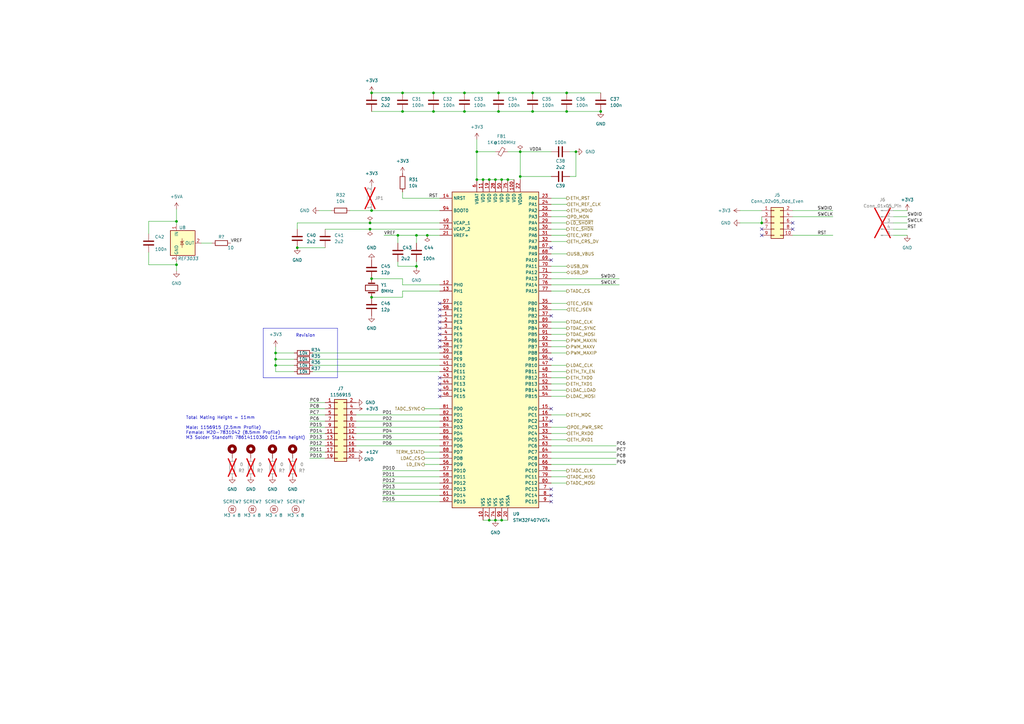
<source format=kicad_sch>
(kicad_sch (version 20230121) (generator eeschema)
  (paper "A3")
  (title_block (title "MCU") (date "2023-11-27") (rev "r0_3") (company "M-Labs Limited") (comment 1 "Linus Woo Chun Kit"))
  (lib_symbols
    (symbol "Connector:Conn_01x05_Pin" (pin_names (offset 1.016) hide)
      (property "Reference" "J" (at 0 7.62 0))
      (property "Value" "Conn_01x05_Pin" (at 0 -7.62 0))
      (symbol "Conn_01x05_Pin_1_1"
        (pin passive line (at 5.08 5.08 180) (length 3.81) (name "Pin_1") (number "1"))
        (pin passive line (at 5.08 2.54 180) (length 3.81) (name "Pin_2") (number "2"))
        (pin passive line (at 5.08 0 180) (length 3.81) (name "Pin_3") (number "3"))
        (pin passive line (at 5.08 -2.54 180) (length 3.81) (name "Pin_4") (number "4"))
        (pin passive line (at 5.08 -5.08 180) (length 3.81) (name "Pin_5") (number "5"))
      )
    )
    (symbol "Connector_Generic:Conn_02x05_Odd_Even" (pin_names (offset 1.016) hide)
      (property "Reference" "J" (at 1.27 7.62 0))
      (property "Value" "Conn_02x05_Odd_Even" (at 1.27 -7.62 0))
      (symbol "Conn_02x05_Odd_Even_1_1"
        (pin passive line (at -5.08 5.08 0) (length 3.81) (name "Pin_1") (number "1"))
        (pin passive line (at 7.62 -5.08 180) (length 3.81) (name "Pin_10") (number "10"))
        (pin passive line (at 7.62 5.08 180) (length 3.81) (name "Pin_2") (number "2"))
        (pin passive line (at -5.08 2.54 0) (length 3.81) (name "Pin_3") (number "3"))
        (pin passive line (at 7.62 2.54 180) (length 3.81) (name "Pin_4") (number "4"))
        (pin passive line (at -5.08 0 0) (length 3.81) (name "Pin_5") (number "5"))
        (pin passive line (at 7.62 0 180) (length 3.81) (name "Pin_6") (number "6"))
        (pin passive line (at -5.08 -2.54 0) (length 3.81) (name "Pin_7") (number "7"))
        (pin passive line (at 7.62 -2.54 180) (length 3.81) (name "Pin_8") (number "8"))
        (pin passive line (at -5.08 -5.08 0) (length 3.81) (name "Pin_9") (number "9"))
      )
    )
    (symbol "Connector_Generic:Conn_02x10_Odd_Even" (pin_names (offset 1.016) hide)
      (property "Reference" "J" (at 1.27 12.7 0))
      (property "Value" "Conn_02x10_Odd_Even" (at 1.27 -15.24 0))
      (symbol "Conn_02x10_Odd_Even_1_1"
        (pin passive line (at -5.08 10.16 0) (length 3.81) (name "Pin_1") (number "1"))
        (pin passive line (at 7.62 0 180) (length 3.81) (name "Pin_10") (number "10"))
        (pin passive line (at -5.08 -2.54 0) (length 3.81) (name "Pin_11") (number "11"))
        (pin passive line (at 7.62 -2.54 180) (length 3.81) (name "Pin_12") (number "12"))
        (pin passive line (at -5.08 -5.08 0) (length 3.81) (name "Pin_13") (number "13"))
        (pin passive line (at 7.62 -5.08 180) (length 3.81) (name "Pin_14") (number "14"))
        (pin passive line (at -5.08 -7.62 0) (length 3.81) (name "Pin_15") (number "15"))
        (pin passive line (at 7.62 -7.62 180) (length 3.81) (name "Pin_16") (number "16"))
        (pin passive line (at -5.08 -10.16 0) (length 3.81) (name "Pin_17") (number "17"))
        (pin passive line (at 7.62 -10.16 180) (length 3.81) (name "Pin_18") (number "18"))
        (pin passive line (at -5.08 -12.7 0) (length 3.81) (name "Pin_19") (number "19"))
        (pin passive line (at 7.62 10.16 180) (length 3.81) (name "Pin_2") (number "2"))
        (pin passive line (at 7.62 -12.7 180) (length 3.81) (name "Pin_20") (number "20"))
        (pin passive line (at -5.08 7.62 0) (length 3.81) (name "Pin_3") (number "3"))
        (pin passive line (at 7.62 7.62 180) (length 3.81) (name "Pin_4") (number "4"))
        (pin passive line (at -5.08 5.08 0) (length 3.81) (name "Pin_5") (number "5"))
        (pin passive line (at 7.62 5.08 180) (length 3.81) (name "Pin_6") (number "6"))
        (pin passive line (at -5.08 2.54 0) (length 3.81) (name "Pin_7") (number "7"))
        (pin passive line (at 7.62 2.54 180) (length 3.81) (name "Pin_8") (number "8"))
        (pin passive line (at -5.08 0 0) (length 3.81) (name "Pin_9") (number "9"))
      )
    )
    (symbol "Device:C" (pin_numbers hide) (pin_names (offset 0.254))
      (property "Reference" "C" (at 0.635 2.54 0))
      (property "Value" "C" (at 0.635 -2.54 0))
      (symbol "C_1_1"
        (pin passive line (at 0 3.81 270) (length 2.794) (name "~") (number "1"))
        (pin passive line (at 0 -3.81 90) (length 2.794) (name "~") (number "2"))
      )
    )
    (symbol "Device:Crystal" (pin_numbers hide) (pin_names (offset 1.016) hide)
      (property "Reference" "Y" (at 0 3.81 0))
      (property "Value" "Crystal" (at 0 -3.81 0))
      (symbol "Crystal_1_1"
        (pin passive line (at -3.81 0 0) (length 1.27) (name "1") (number "1"))
        (pin passive line (at 3.81 0 180) (length 1.27) (name "2") (number "2"))
      )
    )
    (symbol "Device:FerriteBead_Small" (pin_numbers hide) (pin_names (offset 0))
      (property "Reference" "FB" (at 1.905 1.27 0))
      (property "Value" "FerriteBead_Small" (at 1.905 -1.27 0))
      (symbol "FerriteBead_Small_1_1"
        (pin passive line (at 0 2.54 270) (length 1.27) (name "~") (number "1"))
        (pin passive line (at 0 -2.54 90) (length 1.27) (name "~") (number "2"))
      )
    )
    (symbol "Device:R" (pin_numbers hide) (pin_names (offset 0))
      (property "Reference" "R" (at 2.032 0 90))
      (property "Value" "R" (at 0 0 90))
      (symbol "R_1_1"
        (pin passive line (at 0 3.81 270) (length 1.27) (name "~") (number "1"))
        (pin passive line (at 0 -3.81 90) (length 1.27) (name "~") (number "2"))
      )
    )
    (symbol "Jumper:Jumper_2_Open" (pin_names (offset 0) hide)
      (property "Reference" "JP" (at 0 2.794 0))
      (property "Value" "Jumper_2_Open" (at 0 -2.286 0))
      (symbol "Jumper_2_Open_1_1"
        (pin passive line (at -5.08 0 0) (length 2.54) (name "A") (number "1"))
        (pin passive line (at 5.08 0 180) (length 2.54) (name "B") (number "2"))
      )
    )
    (symbol "MCU_ST_STM32F4:STM32F407VGTx"
      (property "Reference" "U" (at -17.78 64.77 0))
      (property "Value" "STM32F407VGTx" (at 12.7 64.77 0))
      (symbol "STM32F407VGTx_1_1"
        (pin bidirectional line (at -22.86 12.7 0) (length 5.08) (name "PE2") (number "1"))
        (pin power_in line (at -5.08 -71.12 90) (length 5.08) (name "VSS") (number "10"))
        (pin power_in line (at 7.62 68.58 270) (length 5.08) (name "VDD") (number "100"))
        (pin power_in line (at -5.08 68.58 270) (length 5.08) (name "VDD") (number "11"))
        (pin input line (at -22.86 25.4 0) (length 5.08) (name "PH0") (number "12"))
        (pin input line (at -22.86 22.86 0) (length 5.08) (name "PH1") (number "13"))
        (pin input line (at -22.86 60.96 0) (length 5.08) (name "NRST") (number "14"))
        (pin bidirectional line (at 22.86 -25.4 180) (length 5.08) (name "PC0") (number "15"))
        (pin bidirectional line (at 22.86 -27.94 180) (length 5.08) (name "PC1") (number "16"))
        (pin bidirectional line (at 22.86 -30.48 180) (length 5.08) (name "PC2") (number "17"))
        (pin bidirectional line (at 22.86 -33.02 180) (length 5.08) (name "PC3") (number "18"))
        (pin power_in line (at -2.54 68.58 270) (length 5.08) (name "VDD") (number "19"))
        (pin bidirectional line (at -22.86 10.16 0) (length 5.08) (name "PE3") (number "2"))
        (pin power_in line (at 5.08 -71.12 90) (length 5.08) (name "VSSA") (number "20"))
        (pin power_in line (at -22.86 45.72 0) (length 5.08) (name "VREF+") (number "21"))
        (pin power_in line (at 10.16 68.58 270) (length 5.08) (name "VDDA") (number "22"))
        (pin bidirectional line (at 22.86 60.96 180) (length 5.08) (name "PA0") (number "23"))
        (pin bidirectional line (at 22.86 58.42 180) (length 5.08) (name "PA1") (number "24"))
        (pin bidirectional line (at 22.86 55.88 180) (length 5.08) (name "PA2") (number "25"))
        (pin bidirectional line (at 22.86 53.34 180) (length 5.08) (name "PA3") (number "26"))
        (pin power_in line (at -2.54 -71.12 90) (length 5.08) (name "VSS") (number "27"))
        (pin power_in line (at 0 68.58 270) (length 5.08) (name "VDD") (number "28"))
        (pin bidirectional line (at 22.86 50.8 180) (length 5.08) (name "PA4") (number "29"))
        (pin bidirectional line (at -22.86 7.62 0) (length 5.08) (name "PE4") (number "3"))
        (pin bidirectional line (at 22.86 48.26 180) (length 5.08) (name "PA5") (number "30"))
        (pin bidirectional line (at 22.86 45.72 180) (length 5.08) (name "PA6") (number "31"))
        (pin bidirectional line (at 22.86 43.18 180) (length 5.08) (name "PA7") (number "32"))
        (pin bidirectional line (at 22.86 -35.56 180) (length 5.08) (name "PC4") (number "33"))
        (pin bidirectional line (at 22.86 -38.1 180) (length 5.08) (name "PC5") (number "34"))
        (pin bidirectional line (at 22.86 17.78 180) (length 5.08) (name "PB0") (number "35"))
        (pin bidirectional line (at 22.86 15.24 180) (length 5.08) (name "PB1") (number "36"))
        (pin bidirectional line (at 22.86 12.7 180) (length 5.08) (name "PB2") (number "37"))
        (pin bidirectional line (at -22.86 0 0) (length 5.08) (name "PE7") (number "38"))
        (pin bidirectional line (at -22.86 -2.54 0) (length 5.08) (name "PE8") (number "39"))
        (pin bidirectional line (at -22.86 5.08 0) (length 5.08) (name "PE5") (number "4"))
        (pin bidirectional line (at -22.86 -5.08 0) (length 5.08) (name "PE9") (number "40"))
        (pin bidirectional line (at -22.86 -7.62 0) (length 5.08) (name "PE10") (number "41"))
        (pin bidirectional line (at -22.86 -10.16 0) (length 5.08) (name "PE11") (number "42"))
        (pin bidirectional line (at -22.86 -12.7 0) (length 5.08) (name "PE12") (number "43"))
        (pin bidirectional line (at -22.86 -15.24 0) (length 5.08) (name "PE13") (number "44"))
        (pin bidirectional line (at -22.86 -17.78 0) (length 5.08) (name "PE14") (number "45"))
        (pin bidirectional line (at -22.86 -20.32 0) (length 5.08) (name "PE15") (number "46"))
        (pin bidirectional line (at 22.86 -7.62 180) (length 5.08) (name "PB10") (number "47"))
        (pin bidirectional line (at 22.86 -10.16 180) (length 5.08) (name "PB11") (number "48"))
        (pin power_in line (at -22.86 50.8 0) (length 5.08) (name "VCAP_1") (number "49"))
        (pin bidirectional line (at -22.86 2.54 0) (length 5.08) (name "PE6") (number "5"))
        (pin power_in line (at 2.54 68.58 270) (length 5.08) (name "VDD") (number "50"))
        (pin bidirectional line (at 22.86 -12.7 180) (length 5.08) (name "PB12") (number "51"))
        (pin bidirectional line (at 22.86 -15.24 180) (length 5.08) (name "PB13") (number "52"))
        (pin bidirectional line (at 22.86 -17.78 180) (length 5.08) (name "PB14") (number "53"))
        (pin bidirectional line (at 22.86 -20.32 180) (length 5.08) (name "PB15") (number "54"))
        (pin bidirectional line (at -22.86 -45.72 0) (length 5.08) (name "PD8") (number "55"))
        (pin bidirectional line (at -22.86 -48.26 0) (length 5.08) (name "PD9") (number "56"))
        (pin bidirectional line (at -22.86 -50.8 0) (length 5.08) (name "PD10") (number "57"))
        (pin bidirectional line (at -22.86 -53.34 0) (length 5.08) (name "PD11") (number "58"))
        (pin bidirectional line (at -22.86 -55.88 0) (length 5.08) (name "PD12") (number "59"))
        (pin power_in line (at -7.62 68.58 270) (length 5.08) (name "VBAT") (number "6"))
        (pin bidirectional line (at -22.86 -58.42 0) (length 5.08) (name "PD13") (number "60"))
        (pin bidirectional line (at -22.86 -60.96 0) (length 5.08) (name "PD14") (number "61"))
        (pin bidirectional line (at -22.86 -63.5 0) (length 5.08) (name "PD15") (number "62"))
        (pin bidirectional line (at 22.86 -40.64 180) (length 5.08) (name "PC6") (number "63"))
        (pin bidirectional line (at 22.86 -43.18 180) (length 5.08) (name "PC7") (number "64"))
        (pin bidirectional line (at 22.86 -45.72 180) (length 5.08) (name "PC8") (number "65"))
        (pin bidirectional line (at 22.86 -48.26 180) (length 5.08) (name "PC9") (number "66"))
        (pin bidirectional line (at 22.86 40.64 180) (length 5.08) (name "PA8") (number "67"))
        (pin bidirectional line (at 22.86 38.1 180) (length 5.08) (name "PA9") (number "68"))
        (pin bidirectional line (at 22.86 35.56 180) (length 5.08) (name "PA10") (number "69"))
        (pin bidirectional line (at 22.86 -58.42 180) (length 5.08) (name "PC13") (number "7"))
        (pin bidirectional line (at 22.86 33.02 180) (length 5.08) (name "PA11") (number "70"))
        (pin bidirectional line (at 22.86 30.48 180) (length 5.08) (name "PA12") (number "71"))
        (pin bidirectional line (at 22.86 27.94 180) (length 5.08) (name "PA13") (number "72"))
        (pin power_in line (at -22.86 48.26 0) (length 5.08) (name "VCAP_2") (number "73"))
        (pin power_in line (at 0 -71.12 90) (length 5.08) (name "VSS") (number "74"))
        (pin power_in line (at 5.08 68.58 270) (length 5.08) (name "VDD") (number "75"))
        (pin bidirectional line (at 22.86 25.4 180) (length 5.08) (name "PA14") (number "76"))
        (pin bidirectional line (at 22.86 22.86 180) (length 5.08) (name "PA15") (number "77"))
        (pin bidirectional line (at 22.86 -50.8 180) (length 5.08) (name "PC10") (number "78"))
        (pin bidirectional line (at 22.86 -53.34 180) (length 5.08) (name "PC11") (number "79"))
        (pin bidirectional line (at 22.86 -60.96 180) (length 5.08) (name "PC14") (number "8"))
        (pin bidirectional line (at 22.86 -55.88 180) (length 5.08) (name "PC12") (number "80"))
        (pin bidirectional line (at -22.86 -25.4 0) (length 5.08) (name "PD0") (number "81"))
        (pin bidirectional line (at -22.86 -27.94 0) (length 5.08) (name "PD1") (number "82"))
        (pin bidirectional line (at -22.86 -30.48 0) (length 5.08) (name "PD2") (number "83"))
        (pin bidirectional line (at -22.86 -33.02 0) (length 5.08) (name "PD3") (number "84"))
        (pin bidirectional line (at -22.86 -35.56 0) (length 5.08) (name "PD4") (number "85"))
        (pin bidirectional line (at -22.86 -38.1 0) (length 5.08) (name "PD5") (number "86"))
        (pin bidirectional line (at -22.86 -40.64 0) (length 5.08) (name "PD6") (number "87"))
        (pin bidirectional line (at -22.86 -43.18 0) (length 5.08) (name "PD7") (number "88"))
        (pin bidirectional line (at 22.86 10.16 180) (length 5.08) (name "PB3") (number "89"))
        (pin bidirectional line (at 22.86 -63.5 180) (length 5.08) (name "PC15") (number "9"))
        (pin bidirectional line (at 22.86 7.62 180) (length 5.08) (name "PB4") (number "90"))
        (pin bidirectional line (at 22.86 5.08 180) (length 5.08) (name "PB5") (number "91"))
        (pin bidirectional line (at 22.86 2.54 180) (length 5.08) (name "PB6") (number "92"))
        (pin bidirectional line (at 22.86 0 180) (length 5.08) (name "PB7") (number "93"))
        (pin input line (at -22.86 55.88 0) (length 5.08) (name "BOOT0") (number "94"))
        (pin bidirectional line (at 22.86 -2.54 180) (length 5.08) (name "PB8") (number "95"))
        (pin bidirectional line (at 22.86 -5.08 180) (length 5.08) (name "PB9") (number "96"))
        (pin bidirectional line (at -22.86 17.78 0) (length 5.08) (name "PE0") (number "97"))
        (pin bidirectional line (at -22.86 15.24 0) (length 5.08) (name "PE1") (number "98"))
        (pin power_in line (at 2.54 -71.12 90) (length 5.08) (name "VSS") (number "99"))
      )
    )
    (symbol "Mechanical:MountingHole_Pad" (pin_numbers hide) (pin_names (offset 1.016) hide)
      (property "Reference" "H" (at 0 6.35 0))
      (property "Value" "MountingHole_Pad" (at 0 4.445 0))
      (symbol "MountingHole_Pad_1_1"
        (pin input line (at 0 -2.54 90) (length 2.54) (name "1") (number "1"))
      )
    )
    (symbol "Reference_Voltage:REF3033" (pin_names (offset 0.254))
      (property "Reference" "U" (at 0 6.35 0))
      (property "Value" "REF3033" (at 2.54 -6.35 0))
      (symbol "REF3033_1_1"
        (pin power_in line (at -2.54 7.62 270) (length 2.54) (name "IN") (number "1"))
        (pin power_out line (at 7.62 0 180) (length 2.54) (name "OUT") (number "2"))
        (pin power_in line (at -2.54 -7.62 90) (length 2.54) (name "GND") (number "3"))
      )
    )
    (symbol "kirdy:Screw" (on_board no)
      (property "Reference" "SCREW" (at 3.048 2.54 0))
    )
    (symbol "power:+12V" (power) (pin_names (offset 0))
      (property "Value" "+12V" (at 0 3.556 0))
      (symbol "+12V_1_1"
        (pin power_in line (at 0 0 90) (length 0) hide (name "+12V") (number "1"))
      )
    )
    (symbol "power:+3V3" (power) (pin_names (offset 0))
      (property "Value" "+3V3" (at 0 3.556 0))
      (symbol "+3V3_1_1"
        (pin power_in line (at 0 0 90) (length 0) hide (name "+3V3") (number "1"))
      )
    )
    (symbol "power:+5VA" (power) (pin_names (offset 0))
      (property "Value" "+5VA" (at 0 3.556 0))
      (symbol "+5VA_1_1"
        (pin power_in line (at 0 0 90) (length 0) hide (name "+5VA") (number "1"))
      )
    )
    (symbol "power:GND" (power) (pin_names (offset 0))
      (property "Value" "GND" (at 0 -3.81 0))
      (symbol "GND_1_1"
        (pin power_in line (at 0 0 270) (length 0) hide (name "GND") (number "1"))
      )
    )
    (symbol "power:PWR_FLAG" (power) (pin_numbers hide) (pin_names (offset 0) hide)
      (property "Value" "PWR_FLAG" (at 0 3.81 0))
      (symbol "PWR_FLAG_0_0"
        (pin power_out line (at 0 0 90) (length 0) (name "pwr") (number "1"))
      )
    )
  )
  (junction (at 165.1 38.1))
  (junction (at 152.4 114.3))
  (junction (at 198.12 73.66))
  (junction (at 205.74 213.36))
  (junction (at 177.8 38.1))
  (junction (at 213.36 72.39))
  (junction (at 236.22 62.23))
  (junction (at 152.4 38.1))
  (junction (at 195.58 73.66))
  (junction (at 121.92 101.6))
  (junction (at 72.39 90.805))
  (junction (at 200.66 73.66))
  (junction (at 170.815 96.52))
  (junction (at 203.2 213.36))
  (junction (at 151.765 91.44))
  (junction (at 175.26 96.52))
  (junction (at 204.47 38.1))
  (junction (at 152.4 86.36))
  (junction (at 177.8 45.72))
  (junction (at 232.41 45.72))
  (junction (at 200.66 213.36))
  (junction (at 208.28 73.66))
  (junction (at 113.03 144.78))
  (junction (at 190.5 45.72))
  (junction (at 165.1 45.72))
  (junction (at 203.2 73.66))
  (junction (at 232.41 38.1))
  (junction (at 213.36 62.23))
  (junction (at 170.815 109.22))
  (junction (at 190.5 38.1))
  (junction (at 204.47 45.72))
  (junction (at 113.03 147.32))
  (junction (at 218.44 38.1))
  (junction (at 246.38 45.72))
  (junction (at 151.765 93.98))
  (junction (at 205.74 73.66))
  (junction (at 152.4 121.92))
  (junction (at 195.58 62.23))
  (junction (at 312.42 91.44))
  (junction (at 218.44 45.72))
  (junction (at 72.39 108.585))
  (junction (at 113.03 149.86))
  (junction (at 163.195 96.52))
  (no_connect (at 312.42 96.52))
  (no_connect (at 325.12 93.98))
  (no_connect (at 325.12 91.44))
  (no_connect (at 180.34 157.48))
  (no_connect (at 180.34 154.94))
  (no_connect (at 312.42 93.98))
  (no_connect (at 226.06 172.72))
  (no_connect (at 226.06 101.6))
  (no_connect (at 226.06 200.66))
  (no_connect (at 226.06 203.2))
  (no_connect (at 226.06 205.74))
  (no_connect (at 226.06 106.68))
  (no_connect (at 226.06 129.54))
  (no_connect (at 180.34 129.54))
  (no_connect (at 180.34 124.46))
  (no_connect (at 180.34 127))
  (no_connect (at 226.06 147.32))
  (no_connect (at 226.06 167.64))
  (no_connect (at 180.34 162.56))
  (no_connect (at 180.34 160.02))
  (no_connect (at 180.34 132.08))
  (no_connect (at 180.34 134.62))
  (no_connect (at 180.34 137.16))
  (no_connect (at 180.34 139.7))
  (no_connect (at 180.34 142.24))
  (wire (pts (xy 226.06 180.34) (xy 232.41 180.34)))
  (wire (pts (xy 156.845 205.74) (xy 180.34 205.74)))
  (wire (pts (xy 226.06 170.18) (xy 232.41 170.18)))
  (wire (pts (xy 226.06 160.02) (xy 232.41 160.02)))
  (wire (pts (xy 226.06 99.06) (xy 232.41 99.06)))
  (wire (pts (xy 165.1 116.84) (xy 180.34 116.84)))
  (wire (pts (xy 226.06 104.14) (xy 232.41 104.14)))
  (wire (pts (xy 170.815 109.22) (xy 170.815 109.855)))
  (wire (pts (xy 127 175.26) (xy 133.35 175.26)))
  (wire (pts (xy 156.845 203.2) (xy 180.34 203.2)))
  (wire (pts (xy 72.39 85.725) (xy 72.39 90.805)))
  (wire (pts (xy 226.06 86.36) (xy 232.41 86.36)))
  (polyline (pts (xy 107.95 154.94) (xy 138.43 154.94)))
  (wire (pts (xy 127 167.64) (xy 133.35 167.64)))
  (wire (pts (xy 175.26 96.52) (xy 180.34 96.52)))
  (wire (pts (xy 372.11 91.44) (xy 366.395 91.44)))
  (wire (pts (xy 198.12 213.36) (xy 200.66 213.36)))
  (wire (pts (xy 218.44 45.72) (xy 232.41 45.72)))
  (wire (pts (xy 312.42 88.9) (xy 312.42 91.44)))
  (wire (pts (xy 165.1 81.28) (xy 180.34 81.28)))
  (wire (pts (xy 233.68 72.39) (xy 236.22 72.39)))
  (wire (pts (xy 146.05 180.34) (xy 180.34 180.34)))
  (wire (pts (xy 146.05 172.72) (xy 180.34 172.72)))
  (wire (pts (xy 72.39 108.585) (xy 60.96 108.585)))
  (wire (pts (xy 372.11 96.52) (xy 366.395 96.52)))
  (wire (pts (xy 195.58 62.23) (xy 203.2 62.23)))
  (wire (pts (xy 121.92 101.6) (xy 133.35 101.6)))
  (wire (pts (xy 170.815 96.52) (xy 170.815 99.695)))
  (wire (pts (xy 173.99 187.96) (xy 180.34 187.96)))
  (wire (pts (xy 325.12 96.52) (xy 341.63 96.52)))
  (wire (pts (xy 203.2 213.36) (xy 205.74 213.36)))
  (wire (pts (xy 226.06 139.7) (xy 232.41 139.7)))
  (polyline (pts (xy 138.43 154.94) (xy 138.43 134.62)))
  (wire (pts (xy 127 185.42) (xy 133.35 185.42)))
  (wire (pts (xy 226.06 116.84) (xy 254 116.84)))
  (wire (pts (xy 204.47 38.1) (xy 218.44 38.1)))
  (wire (pts (xy 113.03 152.4) (xy 120.65 152.4)))
  (wire (pts (xy 151.765 91.44) (xy 180.34 91.44)))
  (wire (pts (xy 128.27 149.86) (xy 180.34 149.86)))
  (wire (pts (xy 170.815 107.315) (xy 170.815 109.22)))
  (wire (pts (xy 113.03 149.86) (xy 120.65 149.86)))
  (wire (pts (xy 152.4 45.72) (xy 165.1 45.72)))
  (wire (pts (xy 127 165.1) (xy 133.35 165.1)))
  (wire (pts (xy 128.27 147.32) (xy 180.34 147.32)))
  (wire (pts (xy 72.39 107.315) (xy 72.39 108.585)))
  (wire (pts (xy 165.1 119.38) (xy 165.1 121.92)))
  (wire (pts (xy 208.28 62.23) (xy 213.36 62.23)))
  (wire (pts (xy 146.05 170.18) (xy 180.34 170.18)))
  (wire (pts (xy 127 172.72) (xy 133.35 172.72)))
  (wire (pts (xy 156.845 193.04) (xy 180.34 193.04)))
  (wire (pts (xy 133.35 93.98) (xy 151.765 93.98)))
  (wire (pts (xy 226.06 177.8) (xy 232.41 177.8)))
  (wire (pts (xy 226.06 193.04) (xy 232.41 193.04)))
  (wire (pts (xy 165.1 81.28) (xy 165.1 78.74)))
  (wire (pts (xy 72.39 90.805) (xy 72.39 92.075)))
  (wire (pts (xy 127 180.34) (xy 133.35 180.34)))
  (wire (pts (xy 113.03 147.32) (xy 113.03 149.86)))
  (wire (pts (xy 372.11 93.98) (xy 366.395 93.98)))
  (wire (pts (xy 226.06 154.94) (xy 232.41 154.94)))
  (wire (pts (xy 156.845 195.58) (xy 180.34 195.58)))
  (wire (pts (xy 213.36 62.23) (xy 213.36 72.39)))
  (wire (pts (xy 226.06 111.76) (xy 232.41 111.76)))
  (wire (pts (xy 226.06 134.62) (xy 232.41 134.62)))
  (wire (pts (xy 127 187.96) (xy 133.35 187.96)))
  (wire (pts (xy 226.06 182.88) (xy 252.73 182.88)))
  (wire (pts (xy 226.06 187.96) (xy 252.73 187.96)))
  (wire (pts (xy 226.06 149.86) (xy 232.41 149.86)))
  (wire (pts (xy 82.55 99.695) (xy 86.995 99.695)))
  (wire (pts (xy 226.06 137.16) (xy 232.41 137.16)))
  (wire (pts (xy 226.06 185.42) (xy 252.73 185.42)))
  (wire (pts (xy 226.06 93.98) (xy 232.41 93.98)))
  (wire (pts (xy 177.8 38.1) (xy 190.5 38.1)))
  (wire (pts (xy 200.66 213.36) (xy 203.2 213.36)))
  (wire (pts (xy 127 177.8) (xy 133.35 177.8)))
  (wire (pts (xy 372.11 88.9) (xy 366.395 88.9)))
  (wire (pts (xy 203.2 73.66) (xy 205.74 73.66)))
  (wire (pts (xy 195.58 62.23) (xy 195.58 73.66)))
  (wire (pts (xy 233.68 62.23) (xy 236.22 62.23)))
  (wire (pts (xy 157.48 96.52) (xy 163.195 96.52)))
  (wire (pts (xy 146.05 182.88) (xy 180.34 182.88)))
  (wire (pts (xy 177.8 45.72) (xy 190.5 45.72)))
  (wire (pts (xy 163.195 109.22) (xy 163.195 107.315)))
  (wire (pts (xy 226.06 190.5) (xy 252.73 190.5)))
  (wire (pts (xy 146.05 175.26) (xy 180.34 175.26)))
  (wire (pts (xy 226.06 198.12) (xy 232.41 198.12)))
  (wire (pts (xy 232.41 38.1) (xy 246.38 38.1)))
  (wire (pts (xy 195.58 73.66) (xy 198.12 73.66)))
  (wire (pts (xy 213.36 62.23) (xy 226.06 62.23)))
  (wire (pts (xy 165.1 121.92) (xy 152.4 121.92)))
  (wire (pts (xy 113.03 144.78) (xy 113.03 147.32)))
  (wire (pts (xy 152.4 86.36) (xy 180.34 86.36)))
  (wire (pts (xy 198.12 73.66) (xy 200.66 73.66)))
  (wire (pts (xy 113.03 144.78) (xy 120.65 144.78)))
  (wire (pts (xy 113.03 149.86) (xy 113.03 152.4)))
  (wire (pts (xy 213.36 72.39) (xy 213.36 73.66)))
  (wire (pts (xy 226.06 124.46) (xy 232.41 124.46)))
  (wire (pts (xy 226.06 152.4) (xy 232.41 152.4)))
  (wire (pts (xy 325.12 86.36) (xy 341.63 86.36)))
  (polyline (pts (xy 107.95 134.62) (xy 107.95 154.94)))
  (wire (pts (xy 226.06 195.58) (xy 232.41 195.58)))
  (wire (pts (xy 156.845 198.12) (xy 180.34 198.12)))
  (wire (pts (xy 163.195 96.52) (xy 170.815 96.52)))
  (wire (pts (xy 113.03 147.32) (xy 120.65 147.32)))
  (wire (pts (xy 208.28 73.66) (xy 210.82 73.66)))
  (wire (pts (xy 165.1 45.72) (xy 177.8 45.72)))
  (wire (pts (xy 173.99 185.42) (xy 180.34 185.42)))
  (wire (pts (xy 165.1 119.38) (xy 180.34 119.38)))
  (wire (pts (xy 226.06 142.24) (xy 232.41 142.24)))
  (wire (pts (xy 372.11 86.36) (xy 366.395 86.36)))
  (wire (pts (xy 165.1 116.84) (xy 165.1 114.3)))
  (wire (pts (xy 226.06 132.08) (xy 232.41 132.08)))
  (wire (pts (xy 121.92 93.98) (xy 121.92 91.44)))
  (wire (pts (xy 213.36 72.39) (xy 226.06 72.39)))
  (wire (pts (xy 236.22 72.39) (xy 236.22 62.23)))
  (wire (pts (xy 205.74 73.66) (xy 208.28 73.66)))
  (wire (pts (xy 226.06 109.22) (xy 232.41 109.22)))
  (wire (pts (xy 113.03 142.24) (xy 113.03 144.78)))
  (wire (pts (xy 156.845 200.66) (xy 180.34 200.66)))
  (wire (pts (xy 163.195 99.695) (xy 163.195 96.52)))
  (wire (pts (xy 303.53 91.44) (xy 312.42 91.44)))
  (wire (pts (xy 218.44 38.1) (xy 232.41 38.1)))
  (wire (pts (xy 226.06 175.26) (xy 232.41 175.26)))
  (wire (pts (xy 226.06 88.9) (xy 232.41 88.9)))
  (wire (pts (xy 60.96 95.885) (xy 60.96 90.805)))
  (wire (pts (xy 232.41 45.72) (xy 246.38 45.72)))
  (wire (pts (xy 226.06 96.52) (xy 232.41 96.52)))
  (wire (pts (xy 195.58 57.15) (xy 195.58 62.23)))
  (wire (pts (xy 226.06 119.38) (xy 232.41 119.38)))
  (wire (pts (xy 173.99 190.5) (xy 180.34 190.5)))
  (wire (pts (xy 72.39 108.585) (xy 72.39 111.125)))
  (wire (pts (xy 190.5 38.1) (xy 204.47 38.1)))
  (wire (pts (xy 165.1 38.1) (xy 177.8 38.1)))
  (wire (pts (xy 152.4 38.1) (xy 165.1 38.1)))
  (wire (pts (xy 204.47 45.72) (xy 218.44 45.72)))
  (wire (pts (xy 60.96 90.805) (xy 72.39 90.805)))
  (wire (pts (xy 170.815 109.22) (xy 163.195 109.22)))
  (wire (pts (xy 226.06 127) (xy 232.41 127)))
  (wire (pts (xy 226.06 81.28) (xy 232.41 81.28)))
  (wire (pts (xy 226.06 83.82) (xy 232.41 83.82)))
  (wire (pts (xy 151.765 93.98) (xy 180.34 93.98)))
  (wire (pts (xy 205.74 213.36) (xy 208.28 213.36)))
  (wire (pts (xy 303.53 86.36) (xy 312.42 86.36)))
  (wire (pts (xy 226.06 144.78) (xy 232.41 144.78)))
  (wire (pts (xy 165.1 114.3) (xy 152.4 114.3)))
  (polyline (pts (xy 107.95 134.62) (xy 138.43 134.62)))
  (wire (pts (xy 143.51 86.36) (xy 152.4 86.36)))
  (wire (pts (xy 226.06 91.44) (xy 232.41 91.44)))
  (wire (pts (xy 130.81 86.36) (xy 135.89 86.36)))
  (wire (pts (xy 121.92 91.44) (xy 151.765 91.44)))
  (wire (pts (xy 226.06 162.56) (xy 232.41 162.56)))
  (wire (pts (xy 190.5 45.72) (xy 204.47 45.72)))
  (wire (pts (xy 127 182.88) (xy 133.35 182.88)))
  (wire (pts (xy 170.815 96.52) (xy 175.26 96.52)))
  (wire (pts (xy 128.27 144.78) (xy 180.34 144.78)))
  (wire (pts (xy 226.06 114.3) (xy 254 114.3)))
  (wire (pts (xy 226.06 157.48) (xy 232.41 157.48)))
  (wire (pts (xy 60.96 108.585) (xy 60.96 103.505)))
  (wire (pts (xy 127 170.18) (xy 133.35 170.18)))
  (wire (pts (xy 146.05 177.8) (xy 180.34 177.8)))
  (wire (pts (xy 325.12 88.9) (xy 341.63 88.9)))
  (wire (pts (xy 173.99 167.64) (xy 180.34 167.64)))
  (wire (pts (xy 128.27 152.4) (xy 180.34 152.4)))
  (wire (pts (xy 200.66 73.66) (xy 203.2 73.66)))
  (text "Revision\n" (at 121.285 138.43 0) (effects (font (size 1.27 1.27)) (justify left bottom)))
  (text "Total Mating Height = 11mm\n\nMale: 1156915 (2.5mm Profile)\nFemale: M20-7831042 (8.5mm Profile)\nM3 Solder Standoff: 78614110360 (11mm height)\n" (at 76.2 180.34 0) (effects (font (size 1.27 1.27)) (justify left bottom)))
  (label "SWCLK" (at 372.11 91.44 0))
  (label "RST" (at 372.11 93.98 0))
  (label "SWDIO" (at 246.38 114.3 0))
  (label "SWCLK" (at 335.28 88.9 0))
  (label "PD11" (at 156.845 195.58 0))
  (label "PD10" (at 127 187.96 0))
  (label "PD15" (at 127 175.26 0))
  (label "PD4" (at 156.845 177.8 0))
  (label "PD10" (at 156.845 193.04 0))
  (label "SWDIO" (at 372.11 88.9 0))
  (label "SWDIO" (at 335.28 86.36 0))
  (label "PD13" (at 127 180.34 0))
  (label "VREF" (at 157.48 96.52 0))
  (label "PC7" (at 127 170.18 0))
  (label "VDDA" (at 217.17 62.23 0))
  (label "PD11" (at 127 185.42 0))
  (label "RST" (at 335.28 96.52 0))
  (label "PC8" (at 127 167.64 0))
  (label "PD12" (at 127 182.88 0))
  (label "PD6" (at 156.845 182.88 0))
  (label "PD15" (at 156.845 205.74 0))
  (label "VREF" (at 94.615 99.695 0))
  (label "PD13" (at 156.845 200.66 0))
  (label "PD14" (at 156.845 203.2 0))
  (label "PC6" (at 252.73 182.88 0))
  (label "PD12" (at 156.845 198.12 0))
  (label "PD3" (at 156.845 175.26 0))
  (label "PD5" (at 156.845 180.34 0))
  (label "PD14" (at 127 177.8 0))
  (label "PC9" (at 252.73 190.5 0))
  (label "PC6" (at 127 172.72 0))
  (label "PC8" (at 252.73 187.96 0))
  (label "SWCLK" (at 246.38 116.84 0))
  (label "RST" (at 175.895 81.28 0))
  (label "PD1" (at 156.845 170.18 0))
  (label "PD2" (at 156.845 172.72 0))
  (label "PC9" (at 127 165.1 0))
  (label "PC7" (at 252.73 185.42 0))
  (hierarchical_label "USB_DP" (shape bidirectional) (at 232.41 111.76 0))
  (hierarchical_label "TEC_VREF" (shape input) (at 232.41 96.52 0))
  (hierarchical_label "ETH_REF_CLK" (shape input) (at 232.41 83.82 0))
  (hierarchical_label "USB_VBUS" (shape input) (at 232.41 104.14 0))
  (hierarchical_label "TADC_CLK" (shape output) (at 232.41 193.04 0))
  (hierarchical_label "TDAC_MOSI" (shape output) (at 232.41 137.16 0))
  (hierarchical_label "PWM_MAXIP" (shape output) (at 232.41 144.78 0))
  (hierarchical_label "USB_DN" (shape bidirectional) (at 232.41 109.22 0))
  (hierarchical_label "ETH_RST" (shape output) (at 232.41 81.28 0))
  (hierarchical_label "TEC_~{SHDN}" (shape output) (at 232.41 93.98 0))
  (hierarchical_label "ETH_TXD1" (shape output) (at 232.41 157.48 0))
  (hierarchical_label "ETH_MDIO" (shape bidirectional) (at 232.41 86.36 0))
  (hierarchical_label "LDAC_MOSI" (shape output) (at 232.41 162.56 0))
  (hierarchical_label "PWM_MAXV" (shape output) (at 232.41 142.24 0))
  (hierarchical_label "POE_PWR_SRC" (shape input) (at 232.41 175.26 0))
  (hierarchical_label "TERM_STAT" (shape input) (at 173.99 185.42 180))
  (hierarchical_label "TADC_CS" (shape output) (at 232.41 119.38 0))
  (hierarchical_label "ETH_RXD0" (shape input) (at 232.41 177.8 0))
  (hierarchical_label "TADC_MISO" (shape input) (at 232.41 195.58 0))
  (hierarchical_label "~{LD_SHORT}" (shape output) (at 232.41 91.44 0))
  (hierarchical_label "LDAC_CS" (shape output) (at 173.99 187.96 180))
  (hierarchical_label "TADC_MOSI" (shape output) (at 232.41 198.12 0))
  (hierarchical_label "ETH_CRS_DV" (shape input) (at 232.41 99.06 0))
  (hierarchical_label "LD_EN" (shape output) (at 173.99 190.5 180))
  (hierarchical_label "TADC_SYNC" (shape output) (at 173.99 167.64 180))
  (hierarchical_label "PWM_MAXIN" (shape output) (at 232.41 139.7 0))
  (hierarchical_label "TEC_ISEN" (shape input) (at 232.41 127 0))
  (hierarchical_label "TEC_VSEN" (shape input) (at 232.41 124.46 0))
  (hierarchical_label "ETH_TX_EN" (shape output) (at 232.41 152.4 0))
  (hierarchical_label "TDAC_SYNC" (shape output) (at 232.41 134.62 0))
  (hierarchical_label "ETH_TXD0" (shape output) (at 232.41 154.94 0))
  (hierarchical_label "PD_MON" (shape input) (at 232.41 88.9 0))
  (hierarchical_label "ETH_RXD1" (shape input) (at 232.41 180.34 0))
  (hierarchical_label "LDAC_LOAD" (shape output) (at 232.41 160.02 0))
  (hierarchical_label "ETH_MDC" (shape output) (at 232.41 170.18 0))
  (hierarchical_label "LDAC_CLK" (shape output) (at 232.41 149.86 0))
  (hierarchical_label "TDAC_CLK" (shape output) (at 232.41 132.08 0))
  (symbol (lib_id "Connector_Generic:Conn_02x05_Odd_Even") (at 317.5 91.44 0) (unit 1)
    (property "Reference" "J5" (at 318.77 80.01 0))
    (property "Value" "Conn_02x05_Odd_Even" (at 318.77 82.55 0))
    (property "Footprint" "kirdy:Adafuit_SWD_Header_4048" (effects hide))
    (property "Datasheet" "https://www.mouser.hk/datasheet/2/737/Adafruit_4048_Web-3358014.pdf" (effects hide))
    (property "MFR_PN" "4048" (effects hide))
    (property "Comment" "Manufacturer: Adafruit" (effects hide))
  )
  (symbol (lib_id "Device:FerriteBead_Small") (at 205.74 62.23 90) (unit 1)
    (property "Reference" "FB1" (at 205.7019 55.88 90))
    (property "Value" "1K@100MHz" (at 205.7019 58.42 90))
    (property "Footprint" "Inductor_SMD:L_1210_3225Metric" (effects hide))
    (property "MFR_PN" "FBMH3225HM102NT" (effects hide))
    (property "MFR_PN_ALT" "FBMH3225HM102NTV" (effects hide))
  )
  (symbol (lib_id "power:GND") (at 120.015 195.58 0) (unit 1)
    (property "Reference" "#PWR?" (effects hide))
    (property "Value" "GND" (at 120.015 200.66 0))
    (instances (project "kirdy" (path "" (reference "#PWR?") (unit 1)) (path "" (reference "#PWR082") (unit 1))))
  )
  (symbol (lib_id "Device:C") (at 170.815 103.505 180) (unit 1)
    (property "Reference" "C44" (at 175.895 101.6 0))
    (property "Value" "100n" (at 175.895 106.045 0))
    (property "Footprint" "Capacitor_SMD:C_0603_1608Metric" (effects hide))
    (property "MFR_PN" "CL10B104KB8NNWC" (effects hide))
    (property "MFR_PN_ALT" "CL10B104KB8NNNL" (effects hide))
  )
  (symbol (lib_id "power:+3V3") (at 152.4 76.2 0) (unit 1)
    (property "Reference" "#PWR062" (effects hide))
    (property "Value" "+3V3" (at 152.4 71.12 0))
  )
  (symbol (lib_id "Device:C") (at 133.35 97.79 0) (unit 1)
    (property "Reference" "C41" (at 137.16 96.5199 0) (effects (justify left)))
    (property "Value" "2u2" (at 137.16 99.0599 0) (effects (justify left)))
    (property "Footprint" "Capacitor_SMD:C_0603_1608Metric" (effects hide))
    (property "MFR_PN" "CL10B225KP8NNNC" (effects hide))
    (property "MFR_PN_ALT" "CGA3E1X7R0J225K080AC" (effects hide))
  )
  (symbol (lib_id "power:PWR_FLAG") (at 213.36 62.23 0) (unit 1)
    (property "Reference" "#FLG01" (effects hide))
    (property "Value" "PWR_FLAG" (effects hide))
  )
  (symbol (lib_id "Device:R") (at 165.1 74.93 0) (unit 1)
    (property "Reference" "R31" (at 167.64 73.6599 0) (effects (justify left)))
    (property "Value" "10k" (at 167.64 76.1999 0) (effects (justify left)))
    (property "Footprint" "Resistor_SMD:R_0603_1608Metric" (effects hide))
    (property "MFR_PN" "RNCP0603FTD10K0" (effects hide))
    (property "MFR_PN_ALT" "RMCF0603FT10K0" (effects hide))
  )
  (symbol (lib_id "Mechanical:MountingHole_Pad") (at 102.87 185.42 0) (unit 1)
    (property "Reference" "H?" (effects hide))
    (property "Value" "78614110360" (effects hide))
    (property "Footprint" "Mounting_Wuerth:Mounting_Wuerth_WA-SMSI-M3_H11mm_9774110360" (effects hide))
    (property "MFR_PN" "78614110360" (effects hide))
    (property "MFR_PN_ALT" "9774110360R" (effects hide))
    (instances (project "kirdy" (path "" (reference "H?") (unit 1)) (path "" (reference "H6") (unit 1))))
  )
  (symbol (lib_id "Device:C") (at 60.96 99.695 0) (unit 1)
    (property "Reference" "C42" (at 63.5 97.155 0) (effects (justify left)))
    (property "Value" "100n" (at 63.5 102.235 0) (effects (justify left)))
    (property "Footprint" "Capacitor_SMD:C_0603_1608Metric" (effects hide))
    (property "MFR_PN" "CL10B104KB8NNWC" (effects hide))
    (property "MFR_PN_ALT" "CL10B104KB8NNNL" (effects hide))
  )
  (symbol (lib_id "Device:C") (at 177.8 41.91 0) (unit 1)
    (property "Reference" "C32" (at 181.61 40.6399 0) (effects (justify left)))
    (property "Value" "100n" (at 181.61 43.1799 0) (effects (justify left)))
    (property "Footprint" "Capacitor_SMD:C_0603_1608Metric" (effects hide))
    (property "MFR_PN" "CL10B104KB8NNWC" (effects hide))
    (property "MFR_PN_ALT" "CL10B104KB8NNNL" (effects hide))
  )
  (symbol (lib_id "Device:C") (at 232.41 41.91 0) (unit 1)
    (property "Reference" "C36" (at 236.22 40.6399 0) (effects (justify left)))
    (property "Value" "100n" (at 236.22 43.1799 0) (effects (justify left)))
    (property "Footprint" "Capacitor_SMD:C_0603_1608Metric" (effects hide))
    (property "MFR_PN" "CL10B104KB8NNWC" (effects hide))
    (property "MFR_PN_ALT" "CL10B104KB8NNNL" (effects hide))
  )
  (symbol (lib_id "Device:C") (at 163.195 103.505 180) (unit 1)
    (property "Reference" "C43" (at 167.005 101.6 0))
    (property "Value" "2u2" (at 166.37 106.045 0))
    (property "Footprint" "Capacitor_SMD:C_0603_1608Metric" (effects hide))
    (property "MFR_PN" "CL10B225KP8NNNC" (effects hide))
    (property "MFR_PN_ALT" "CGA3E1X7R0J225K080AC" (effects hide))
  )
  (symbol (lib_id "Reference_Voltage:REF3033") (at 74.93 99.695 0) (unit 1)
    (property "Reference" "U8" (at 76.2 93.345 0) (effects (justify right)))
    (property "Value" "REF3033" (at 81.28 106.045 0) (effects (font italic) (justify right)))
    (property "Footprint" "Package_TO_SOT_SMD:SOT-23" (effects hide))
    (property "Datasheet" "http://www.ti.com/lit/ds/symlink/ref3033.pdf" (effects hide))
    (property "MFR_PN" "REF3033AIDBZR" (effects hide))
  )
  (symbol (lib_id "Device:R") (at 124.46 149.86 90) (unit 1)
    (property "Reference" "R36" (at 129.54 148.59 90))
    (property "Value" "10k" (at 124.46 149.86 90))
    (property "Footprint" "Resistor_SMD:R_0603_1608Metric" (effects hide))
    (property "MFR_PN" "RNCP0603FTD10K0" (effects hide))
    (property "MFR_PN_ALT" "RMCF0603FT10K0" (effects hide))
  )
  (symbol (lib_id "Device:C") (at 190.5 41.91 0) (unit 1)
    (property "Reference" "C33" (at 194.31 40.6399 0) (effects (justify left)))
    (property "Value" "100n" (at 194.31 43.1799 0) (effects (justify left)))
    (property "Footprint" "Capacitor_SMD:C_0603_1608Metric" (effects hide))
    (property "MFR_PN" "CL10B104KB8NNWC" (effects hide))
    (property "MFR_PN_ALT" "CL10B104KB8NNNL" (effects hide))
  )
  (symbol (lib_id "power:+3V3") (at 165.1 71.12 0) (unit 1)
    (property "Reference" "#PWR061" (effects hide))
    (property "Value" "+3V3" (at 165.1 66.04 0))
  )
  (symbol (lib_id "power:GND") (at 236.22 62.23 90) (unit 1)
    (property "Reference" "#PWR060" (effects hide))
    (property "Value" "GND" (at 240.03 62.2299 90) (effects (justify right)))
  )
  (symbol (lib_id "power:GND") (at 203.2 213.36 0) (unit 1)
    (property "Reference" "#PWR083" (effects hide))
    (property "Value" "GND" (at 203.2 218.44 0))
  )
  (symbol (lib_id "Device:R") (at 102.87 191.77 180) (unit 1) (dnp yes)
    (property "Reference" "R?" (at 106.68 193.04 0))
    (property "Value" "0" (at 106.68 190.5 0))
    (property "Footprint" "Resistor_SMD:R_0603_1608Metric" (effects hide))
    (property "MFR_PN" "RMCF0603ZT0R00" (effects hide))
    (property "MFR_PN_ALT" "CR0603-J/-000ELF" (effects hide))
    (instances (project "kirdy" (path "" (reference "R?") (unit 1)) (path "" (reference "R39") (unit 1))))
  )
  (symbol (lib_id "Device:C") (at 246.38 41.91 0) (unit 1)
    (property "Reference" "C37" (at 250.19 40.6399 0) (effects (justify left)))
    (property "Value" "100n" (at 250.19 43.1799 0) (effects (justify left)))
    (property "Footprint" "Capacitor_SMD:C_0603_1608Metric" (effects hide))
    (property "MFR_PN" "CL10B104KB8NNWC" (effects hide))
    (property "MFR_PN_ALT" "CL10B104KB8NNNL" (effects hide))
  )
  (symbol (lib_id "Jumper:Jumper_2_Open") (at 152.4 81.28 90) (unit 1) (dnp yes)
    (property "Reference" "JP1" (at 153.67 81.28 90) (effects (justify right)))
    (property "Value" "DNP" (effects hide))
    (property "Footprint" "Connector_PinHeader_2.54mm:PinHeader_1x02_P2.54mm_Vertical" (effects hide))
  )
  (symbol (lib_id "power:+3V3") (at 303.53 86.36 90) (unit 1)
    (property "Reference" "#PWR065" (effects hide))
    (property "Value" "+3V3" (at 299.72 86.3599 90) (effects (justify left)))
  )
  (symbol (lib_id "Device:C") (at 218.44 41.91 0) (unit 1)
    (property "Reference" "C35" (at 222.25 40.6399 0) (effects (justify left)))
    (property "Value" "100n" (at 222.25 43.1799 0) (effects (justify left)))
    (property "Footprint" "Capacitor_SMD:C_0603_1608Metric" (effects hide))
    (property "MFR_PN" "CL10B104KB8NNWC" (effects hide))
    (property "MFR_PN_ALT" "CL10B104KB8NNNL" (effects hide))
  )
  (symbol (lib_id "Device:Crystal") (at 152.4 118.11 90) (unit 1)
    (property "Reference" "Y1" (at 156.21 116.8399 90) (effects (justify right)))
    (property "Value" "8MHz" (at 156.21 119.3799 90) (effects (justify right)))
    (property "Footprint" "Crystal:Crystal_SMD_5032-2Pin_5.0x3.2mm" (effects hide))
    (property "MFR_PN" "ECS-80-12-30Q-DS-TR" (effects hide))
    (property "MFR_PN_ALT" "ECS-80-12-30-JGN-TR" (effects hide))
  )
  (symbol (lib_id "power:PWR_FLAG") (at 151.765 93.98 180) (unit 1)
    (property "Reference" "#FLG03" (effects hide))
    (property "Value" "PWR_FLAG" (effects hide))
  )
  (symbol (lib_id "power:GND") (at 95.25 195.58 0) (unit 1)
    (property "Reference" "#PWR?" (effects hide))
    (property "Value" "GND" (at 95.25 200.66 0))
    (instances (project "kirdy" (path "" (reference "#PWR?") (unit 1)) (path "" (reference "#PWR079") (unit 1))))
  )
  (symbol (lib_id "Mechanical:MountingHole_Pad") (at 95.25 185.42 0) (unit 1)
    (property "Reference" "H?" (effects hide))
    (property "Value" "78614110360" (effects hide))
    (property "Footprint" "Mounting_Wuerth:Mounting_Wuerth_WA-SMSI-M3_H11mm_9774110360" (effects hide))
    (property "Datasheet" "~" (at 95.25 185.42 0))
    (property "MFR_PN" "78614110360" (effects hide))
    (property "MFR_PN_ALT" "9774110360R" (effects hide))
    (instances (project "kirdy" (path "" (reference "H?") (unit 1)) (path "" (reference "H5") (unit 1))))
  )
  (symbol (lib_id "power:+12V") (at 146.05 185.42 270) (unit 1)
    (property "Reference" "#PWR?" (effects hide))
    (property "Value" "+12V" (at 149.86 185.42 90) (effects (justify left)))
    (instances (project "kirdy" (path "" (reference "#PWR?") (unit 1)) (path "" (reference "#PWR077") (unit 1))))
  )
  (symbol (lib_id "MCU_ST_STM32F4:STM32F407VGTx") (at 203.2 142.24 0) (unit 1)
    (property "Reference" "U9" (at 210.2994 210.82 0) (effects (justify left)))
    (property "Value" "STM32F407VGTx" (at 210.2994 213.36 0) (effects (justify left)))
    (property "Footprint" "Package_QFP:LQFP-100_14x14mm_P0.5mm" (effects hide))
    (property "Datasheet" "http://www.st.com/st-web-ui/static/active/en/resource/technical/document/datasheet/DM00037051.pdf" (effects hide))
    (property "MFR_PN" "STM32F407VGT6" (effects hide))
  )
  (symbol (lib_id "Device:R") (at 124.46 147.32 90) (unit 1)
    (property "Reference" "R35" (at 129.54 146.05 90))
    (property "Value" "10k" (at 124.46 147.32 90))
    (property "Footprint" "Resistor_SMD:R_0603_1608Metric" (effects hide))
    (property "MFR_PN" "RNCP0603FTD10K0" (effects hide))
    (property "MFR_PN_ALT" "RMCF0603FT10K0" (effects hide))
  )
  (symbol (lib_id "power:PWR_FLAG") (at 151.765 91.44 0) (unit 1)
    (property "Reference" "#FLG02" (effects hide))
    (property "Value" "PWR_FLAG" (effects hide))
  )
  (symbol (lib_id "power:+3V3") (at 113.03 142.24 0) (unit 1)
    (property "Reference" "#PWR074" (effects hide))
    (property "Value" "+3V3" (at 113.03 137.16 0))
  )
  (symbol (lib_id "power:GND") (at 102.87 195.58 0) (unit 1)
    (property "Reference" "#PWR?" (effects hide))
    (property "Value" "GND" (at 102.87 200.66 0))
    (instances (project "kirdy" (path "" (reference "#PWR?") (unit 1)) (path "" (reference "#PWR080") (unit 1))))
  )
  (symbol (lib_id "Device:C") (at 229.87 62.23 90) (unit 1)
    (property "Reference" "C38" (at 229.87 66.04 90))
    (property "Value" "100n" (at 229.87 58.42 90))
    (property "Footprint" "Capacitor_SMD:C_0603_1608Metric" (effects hide))
    (property "MFR_PN" "CL10B104KB8NNWC" (effects hide))
    (property "MFR_PN_ALT" "CL10B104KB8NNNL" (effects hide))
  )
  (symbol (lib_id "power:GND") (at 146.05 165.1 90) (unit 1)
    (property "Reference" "#PWR075" (effects hide))
    (property "Value" "GND" (at 149.86 165.1 90) (effects (justify right)))
  )
  (symbol (lib_id "power:GND") (at 72.39 111.125 0) (unit 1)
    (property "Reference" "#PWR072" (effects hide))
    (property "Value" "GND" (at 72.39 116.205 0))
  )
  (symbol (lib_id "Device:R") (at 95.25 191.77 180) (unit 1) (dnp yes)
    (property "Reference" "R?" (at 99.06 193.04 0))
    (property "Value" "0" (at 99.06 190.5 0))
    (property "Footprint" "Resistor_SMD:R_0603_1608Metric" (effects hide))
    (property "MFR_PN" "RMCF0603ZT0R00" (effects hide))
    (property "MFR_PN_ALT" "CR0603-J/-000ELF" (effects hide))
    (instances (project "kirdy" (path "" (reference "R?") (unit 1)) (path "" (reference "R38") (unit 1))))
  )
  (symbol (lib_id "power:GND") (at 111.76 195.58 0) (unit 1)
    (property "Reference" "#PWR?" (effects hide))
    (property "Value" "GND" (at 111.76 200.66 0))
    (instances (project "kirdy" (path "" (reference "#PWR?") (unit 1)) (path "" (reference "#PWR081") (unit 1))))
  )
  (symbol (lib_id "Device:C") (at 229.87 72.39 90) (unit 1)
    (property "Reference" "C39" (at 229.87 76.2 90))
    (property "Value" "2u2" (at 229.87 68.58 90))
    (property "Footprint" "Capacitor_SMD:C_0603_1608Metric" (effects hide))
    (property "MFR_PN" "CL10B225KP8NNNC" (effects hide))
    (property "MFR_PN_ALT" "CGA3E1X7R0J225K080AC" (effects hide))
  )
  (symbol (lib_id "Device:C") (at 165.1 41.91 0) (unit 1)
    (property "Reference" "C31" (at 168.91 40.6399 0) (effects (justify left)))
    (property "Value" "100n" (at 168.91 43.1799 0) (effects (justify left)))
    (property "Footprint" "Capacitor_SMD:C_0603_1608Metric" (effects hide))
    (property "MFR_PN" "CL10B104KB8NNWC" (effects hide))
    (property "MFR_PN_ALT" "CL10B104KB8NNNL" (effects hide))
  )
  (symbol (lib_id "Device:R") (at 124.46 144.78 90) (unit 1)
    (property "Reference" "R34" (at 129.54 143.51 90))
    (property "Value" "10k" (at 124.46 144.78 90))
    (property "Footprint" "Resistor_SMD:R_0603_1608Metric" (effects hide))
    (property "MFR_PN" "RNCP0603FTD10K0" (effects hide))
    (property "MFR_PN_ALT" "RMCF0603FT10K0" (effects hide))
  )
  (symbol (lib_id "power:GND") (at 246.38 45.72 0) (unit 1)
    (property "Reference" "#PWR058" (effects hide))
    (property "Value" "GND" (at 246.38 50.8 0))
  )
  (symbol (lib_id "Device:R") (at 124.46 152.4 90) (unit 1)
    (property "Reference" "R37" (at 129.54 151.13 90))
    (property "Value" "10k" (at 124.46 152.4 90))
    (property "Footprint" "Resistor_SMD:R_0603_1608Metric" (effects hide))
    (property "MFR_PN" "RNCP0603FTD10K0" (effects hide))
    (property "MFR_PN_ALT" "RMCF0603FT10K0" (effects hide))
  )
  (symbol (lib_id "power:GND") (at 152.4 129.54 0) (unit 1)
    (property "Reference" "#PWR073" (effects hide))
    (property "Value" "GND" (at 152.4 134.62 0))
  )
  (symbol (lib_id "power:PWR_FLAG") (at 175.26 96.52 180) (unit 1)
    (property "Reference" "#FLG04" (effects hide))
    (property "Value" "PWR_FLAG" (effects hide))
  )
  (symbol (lib_id "kirdy:Screw") (at 103.505 208.915 0) (unit 1) (on_board no)
    (property "Reference" "SCREW?" (at 99.695 205.74 0) (effects (justify left)))
    (property "Value" "M3 x 8" (at 103.505 211.328 0))
    (property "MFR_PN" "FH4-M3-8" (effects hide))
    (instances (project "kirdy" (path "" (reference "SCREW?") (unit 1)) (path "" (reference "SCREW6") (unit 1))))
  )
  (symbol (lib_id "Device:C") (at 204.47 41.91 0) (unit 1)
    (property "Reference" "C34" (at 208.28 40.6399 0) (effects (justify left)))
    (property "Value" "100n" (at 208.28 43.1799 0) (effects (justify left)))
    (property "Footprint" "Capacitor_SMD:C_0603_1608Metric" (effects hide))
    (property "MFR_PN" "CL10B104KB8NNWC" (effects hide))
    (property "MFR_PN_ALT" "CL10B104KB8NNNL" (effects hide))
  )
  (symbol (lib_id "Connector:Conn_01x05_Pin") (at 361.315 91.44 0) (unit 1) (dnp yes)
    (property "Reference" "J6" (at 361.95 81.915 0))
    (property "Value" "Conn_01x05_Pin" (at 361.95 84.455 0))
    (property "Footprint" "Connector_PinHeader_2.54mm:PinHeader_1x05_P2.54mm_Vertical" (effects hide))
  )
  (symbol (lib_id "power:GND") (at 372.11 96.52 0) (unit 1)
    (property "Reference" "#PWR068" (effects hide))
    (property "Value" "GND" (at 372.11 101.6 0))
  )
  (symbol (lib_id "Device:R") (at 111.76 191.77 180) (unit 1) (dnp yes)
    (property "Reference" "R?" (at 115.57 193.04 0))
    (property "Value" "0" (at 115.57 190.5 0))
    (property "Footprint" "Resistor_SMD:R_0603_1608Metric" (effects hide))
    (property "MFR_PN" "RMCF0603ZT0R00" (effects hide))
    (property "MFR_PN_ALT" "CR0603-J/-000ELF" (effects hide))
    (instances (project "kirdy" (path "" (reference "R?") (unit 1)) (path "" (reference "R40") (unit 1))))
  )
  (symbol (lib_id "power:GND") (at 130.81 86.36 270) (unit 1)
    (property "Reference" "#PWR064" (effects hide))
    (property "Value" "GND" (at 127 86.3599 90) (effects (justify right)))
  )
  (symbol (lib_id "Device:C") (at 121.92 97.79 0) (unit 1)
    (property "Reference" "C40" (at 125.73 96.5199 0) (effects (justify left)))
    (property "Value" "2u2" (at 125.73 99.0599 0) (effects (justify left)))
    (property "Footprint" "Capacitor_SMD:C_0603_1608Metric" (effects hide))
    (property "MFR_PN" "CL10B225KP8NNNC" (effects hide))
    (property "MFR_PN_ALT" "CGA3E1X7R0J225K080AC" (effects hide))
  )
  (symbol (lib_id "Device:R") (at 139.7 86.36 90) (unit 1)
    (property "Reference" "R32" (at 139.7 80.01 90))
    (property "Value" "10k" (at 139.7 82.55 90))
    (property "Footprint" "Resistor_SMD:R_0603_1608Metric" (effects hide))
    (property "MFR_PN" "RNCP0603FTD10K0" (effects hide))
    (property "MFR_PN_ALT" "RMCF0603FT10K0" (effects hide))
  )
  (symbol (lib_id "power:+3V3") (at 195.58 57.15 0) (unit 1)
    (property "Reference" "#PWR059" (effects hide))
    (property "Value" "+3V3" (at 195.58 52.07 0))
  )
  (symbol (lib_id "power:GND") (at 170.815 109.855 0) (unit 1)
    (property "Reference" "#PWR071" (effects hide))
    (property "Value" "GND" (at 170.815 114.935 0))
  )
  (symbol (lib_id "power:GND") (at 146.05 187.96 90) (unit 1)
    (property "Reference" "#PWR078" (effects hide))
    (property "Value" "GND" (at 149.225 188.3938 90) (effects (justify right)))
  )
  (symbol (lib_id "power:+3V3") (at 372.11 86.36 0) (unit 1)
    (property "Reference" "#PWR066" (effects hide))
    (property "Value" "+3V3" (at 372.11 81.915 0))
  )
  (symbol (lib_id "power:GND") (at 303.53 91.44 270) (unit 1)
    (property "Reference" "#PWR067" (effects hide))
    (property "Value" "GND" (at 299.72 91.4399 90) (effects (justify right)))
  )
  (symbol (lib_id "power:+3V3") (at 146.05 167.64 270) (unit 1)
    (property "Reference" "#PWR076" (effects hide))
    (property "Value" "+3V3" (at 149.86 167.64 90) (effects (justify left)))
  )
  (symbol (lib_id "kirdy:Screw") (at 95.25 208.915 0) (unit 1) (on_board no)
    (property "Reference" "SCREW?" (at 91.44 205.74 0) (effects (justify left)))
    (property "Value" "M3 x 8" (at 95.25 211.328 0))
    (property "MFR_PN" "FH4-M3-8" (effects hide))
    (instances (project "kirdy" (path "" (reference "SCREW?") (unit 1)) (path "" (reference "SCREW5") (unit 1))))
  )
  (symbol (lib_id "power:+5VA") (at 72.39 85.725 0) (unit 1)
    (property "Reference" "#PWR?" (effects hide))
    (property "Value" "+5VA" (at 72.39 80.645 0))
    (instances (project "kirdy" (path "" (reference "#PWR?") (unit 1)) (path "" (reference "#PWR063") (unit 1))))
  )
  (symbol (lib_id "Mechanical:MountingHole_Pad") (at 111.76 185.42 0) (unit 1)
    (property "Reference" "H?" (effects hide))
    (property "Value" "78614110360" (effects hide))
    (property "Footprint" "Mounting_Wuerth:Mounting_Wuerth_WA-SMSI-M3_H11mm_9774110360" (effects hide))
    (property "MFR_PN" "78614110360" (effects hide))
    (property "MFR_PN_ALT" "9774110360R" (effects hide))
    (instances (project "kirdy" (path "" (reference "H?") (unit 1)) (path "" (reference "H7") (unit 1))))
  )
  (symbol (lib_id "kirdy:Screw") (at 121.285 208.915 0) (unit 1) (on_board no)
    (property "Reference" "SCREW?" (at 117.475 205.74 0) (effects (justify left)))
    (property "Value" "M3 x 8" (at 121.285 211.328 0))
    (property "MFR_PN" "FH4-M3-8" (effects hide))
    (instances (project "kirdy" (path "" (reference "SCREW?") (unit 1)) (path "" (reference "SCREW8") (unit 1))))
  )
  (symbol (lib_id "Mechanical:MountingHole_Pad") (at 120.015 185.42 0) (unit 1)
    (property "Reference" "H?" (effects hide))
    (property "Value" "78614110360" (effects hide))
    (property "Footprint" "Mounting_Wuerth:Mounting_Wuerth_WA-SMSI-M3_H11mm_9774110360" (effects hide))
    (property "MFR_PN" "78614110360" (effects hide))
    (property "MFR_PN_ALT" "9774110360R" (effects hide))
    (instances (project "kirdy" (path "" (reference "H?") (unit 1)) (path "" (reference "H8") (unit 1))))
  )
  (symbol (lib_id "power:GND") (at 121.92 101.6 0) (unit 1)
    (property "Reference" "#PWR069" (effects hide))
    (property "Value" "GND" (at 121.92 106.68 0))
  )
  (symbol (lib_id "Device:C") (at 152.4 125.73 0) (unit 1)
    (property "Reference" "C46" (at 156.21 124.4599 0) (effects (justify left)))
    (property "Value" "12p" (at 156.21 126.9999 0) (effects (justify left)))
    (property "Footprint" "Capacitor_SMD:C_0603_1608Metric" (effects hide))
    (property "MFR_PN" "0603N120J500CT" (effects hide))
    (property "MFR_PN_ALT" "C0603C120K5HAC7867" (effects hide))
  )
  (symbol (lib_id "power:+3V3") (at 152.4 38.1 0) (unit 1)
    (property "Reference" "#PWR057" (effects hide))
    (property "Value" "+3V3" (at 152.4 33.02 0))
  )
  (symbol (lib_id "kirdy:Screw") (at 112.395 208.915 0) (unit 1) (on_board no)
    (property "Reference" "SCREW?" (at 108.585 205.74 0) (effects (justify left)))
    (property "Value" "M3 x 8" (at 112.395 211.328 0))
    (property "MFR_PN" "FH4-M3-8" (effects hide))
    (instances (project "kirdy" (path "" (reference "SCREW?") (unit 1)) (path "" (reference "SCREW7") (unit 1))))
  )
  (symbol (lib_id "Device:C") (at 152.4 41.91 0) (unit 1)
    (property "Reference" "C30" (at 156.21 40.6399 0) (effects (justify left)))
    (property "Value" "2u2" (at 156.21 43.1799 0) (effects (justify left)))
    (property "Footprint" "Capacitor_SMD:C_0603_1608Metric" (effects hide))
    (property "MFR_PN" "CL10B225KP8NNNC" (effects hide))
    (property "MFR_PN_ALT" "CGA3E1X7R0J225K080AC" (effects hide))
  )
  (symbol (lib_id "Device:R") (at 90.805 99.695 90) (unit 1)
    (property "Reference" "R?" (at 90.805 97.155 90))
    (property "Value" "10" (at 94.615 101.6 90))
    (property "Footprint" "Resistor_SMD:R_0603_1608Metric" (effects hide))
    (property "MFR_PN" "RT0603BRD0710RL" (effects hide))
    (property "MFR_PN_ALT" "WR06X10R0FTL" (effects hide))
    (instances (project "kirdy" (path "" (reference "R?") (unit 1)) (path "" (reference "R33") (unit 1))))
  )
  (symbol (lib_id "Device:C") (at 152.4 110.49 0) (unit 1)
    (property "Reference" "C45" (at 156.21 109.2199 0) (effects (justify left)))
    (property "Value" "12p" (at 156.21 111.7599 0) (effects (justify left)))
    (property "Footprint" "Capacitor_SMD:C_0603_1608Metric" (effects hide))
    (property "MFR_PN" "0603N120J500CT" (effects hide))
    (property "MFR_PN_ALT" "C0603C120K5HAC7867" (effects hide))
  )
  (symbol (lib_id "power:GND") (at 152.4 106.68 180) (unit 1)
    (property "Reference" "#PWR070" (effects hide))
    (property "Value" "GND" (at 152.4 101.6 0))
  )
  (symbol (lib_id "Device:R") (at 120.015 191.77 180) (unit 1) (dnp yes)
    (property "Reference" "R?" (at 123.825 193.04 0))
    (property "Value" "0" (at 123.825 190.5 0))
    (property "Footprint" "Resistor_SMD:R_0603_1608Metric" (effects hide))
    (property "MFR_PN" "RMCF0603ZT0R00" (effects hide))
    (property "MFR_PN_ALT" "CR0603-J/-000ELF" (effects hide))
    (instances (project "kirdy" (path "" (reference "R?") (unit 1)) (path "" (reference "R41") (unit 1))))
  )
  (symbol (lib_id "Connector_Generic:Conn_02x10_Odd_Even") (at 138.43 175.26 0) (unit 1)
    (property "Reference" "J7" (at 139.7 159.385 0))
    (property "Value" "1156915" (at 139.7 161.925 0))
    (property "Footprint" "kirdy:1156915" (effects hide))
    (property "MFR_PN" "1156915" (effects hide))
  )
)
</source>
